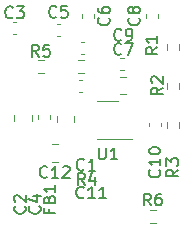
<source format=gbr>
%TF.GenerationSoftware,KiCad,Pcbnew,5.99.0+really5.1.10+dfsg1-1*%
%TF.CreationDate,2021-11-14T15:35:52+01:00*%
%TF.ProjectId,GBPOCKET_DCDC,4742504f-434b-4455-945f-444344432e6b,Rev1*%
%TF.SameCoordinates,PX7102aa0PY5f5e100*%
%TF.FileFunction,Legend,Top*%
%TF.FilePolarity,Positive*%
%FSLAX46Y46*%
G04 Gerber Fmt 4.6, Leading zero omitted, Abs format (unit mm)*
G04 Created by KiCad (PCBNEW 5.99.0+really5.1.10+dfsg1-1) date 2021-11-14 15:35:52*
%MOMM*%
%LPD*%
G01*
G04 APERTURE LIST*
%ADD10C,0.120000*%
%ADD11C,0.150000*%
G04 APERTURE END LIST*
D10*
%TO.C,FB1*%
X6890000Y9238748D02*
X6890000Y9761252D01*
X8310000Y9238748D02*
X8310000Y9761252D01*
%TO.C,C12*%
X6961252Y5865000D02*
X6438748Y5865000D01*
X6961252Y7335000D02*
X6438748Y7335000D01*
%TO.C,R6*%
X15254724Y677500D02*
X14745276Y677500D01*
X15254724Y1722500D02*
X14745276Y1722500D01*
%TO.C,U1*%
X10300000Y7790000D02*
X13250000Y7790000D01*
X12100000Y11010000D02*
X10300000Y11010000D01*
%TO.C,R5*%
X5754724Y14422500D02*
X5245276Y14422500D01*
X5754724Y13377500D02*
X5245276Y13377500D01*
%TO.C,R4*%
X9154724Y14422500D02*
X8645276Y14422500D01*
X9154724Y13377500D02*
X8645276Y13377500D01*
%TO.C,R3*%
X16177500Y9254724D02*
X16177500Y8745276D01*
X17222500Y9254724D02*
X17222500Y8745276D01*
%TO.C,R2*%
X16177500Y12554724D02*
X16177500Y12045276D01*
X17222500Y12554724D02*
X17222500Y12045276D01*
%TO.C,R1*%
X16177500Y15854724D02*
X16177500Y15345276D01*
X17222500Y15854724D02*
X17222500Y15345276D01*
%TO.C,C11*%
X9046267Y12810000D02*
X8753733Y12810000D01*
X9046267Y11790000D02*
X8753733Y11790000D01*
%TO.C,C10*%
X14690000Y9146267D02*
X14690000Y8853733D01*
X15710000Y9146267D02*
X15710000Y8853733D01*
%TO.C,C9*%
X12253733Y13590000D02*
X12546267Y13590000D01*
X12253733Y14610000D02*
X12546267Y14610000D01*
%TO.C,C8*%
X15410000Y18053733D02*
X15410000Y18346267D01*
X14390000Y18053733D02*
X14390000Y18346267D01*
%TO.C,C7*%
X12238748Y11565000D02*
X12761252Y11565000D01*
X12238748Y13035000D02*
X12761252Y13035000D01*
%TO.C,C6*%
X10010000Y18053733D02*
X10010000Y18346267D01*
X8990000Y18053733D02*
X8990000Y18346267D01*
%TO.C,C5*%
X6853733Y16490000D02*
X7146267Y16490000D01*
X6853733Y17510000D02*
X7146267Y17510000D01*
%TO.C,C4*%
X5290000Y9783767D02*
X5290000Y9491233D01*
X6310000Y9783767D02*
X6310000Y9491233D01*
%TO.C,C3*%
X3446267Y17710000D02*
X3153733Y17710000D01*
X3446267Y16690000D02*
X3153733Y16690000D01*
%TO.C,C2*%
X3265000Y9798752D02*
X3265000Y9276248D01*
X4735000Y9798752D02*
X4735000Y9276248D01*
%TO.C,C1*%
X8903733Y14940000D02*
X9196267Y14940000D01*
X8903733Y15960000D02*
X9196267Y15960000D01*
%TO.C,FB1*%
D11*
X6228571Y1816667D02*
X6228571Y1483334D01*
X6752380Y1483334D02*
X5752380Y1483334D01*
X5752380Y1959524D01*
X6228571Y2673810D02*
X6276190Y2816667D01*
X6323809Y2864286D01*
X6419047Y2911905D01*
X6561904Y2911905D01*
X6657142Y2864286D01*
X6704761Y2816667D01*
X6752380Y2721429D01*
X6752380Y2340477D01*
X5752380Y2340477D01*
X5752380Y2673810D01*
X5800000Y2769048D01*
X5847619Y2816667D01*
X5942857Y2864286D01*
X6038095Y2864286D01*
X6133333Y2816667D01*
X6180952Y2769048D01*
X6228571Y2673810D01*
X6228571Y2340477D01*
X6752380Y3864286D02*
X6752380Y3292858D01*
X6752380Y3578572D02*
X5752380Y3578572D01*
X5895238Y3483334D01*
X5990476Y3388096D01*
X6038095Y3292858D01*
%TO.C,C12*%
X6057142Y4562858D02*
X6009523Y4515239D01*
X5866666Y4467620D01*
X5771428Y4467620D01*
X5628571Y4515239D01*
X5533333Y4610477D01*
X5485714Y4705715D01*
X5438095Y4896191D01*
X5438095Y5039048D01*
X5485714Y5229524D01*
X5533333Y5324762D01*
X5628571Y5420000D01*
X5771428Y5467620D01*
X5866666Y5467620D01*
X6009523Y5420000D01*
X6057142Y5372381D01*
X7009523Y4467620D02*
X6438095Y4467620D01*
X6723809Y4467620D02*
X6723809Y5467620D01*
X6628571Y5324762D01*
X6533333Y5229524D01*
X6438095Y5181905D01*
X7390476Y5372381D02*
X7438095Y5420000D01*
X7533333Y5467620D01*
X7771428Y5467620D01*
X7866666Y5420000D01*
X7914285Y5372381D01*
X7961904Y5277143D01*
X7961904Y5181905D01*
X7914285Y5039048D01*
X7342857Y4467620D01*
X7961904Y4467620D01*
%TO.C,R6*%
X14833333Y2147620D02*
X14500000Y2623810D01*
X14261904Y2147620D02*
X14261904Y3147620D01*
X14642857Y3147620D01*
X14738095Y3100000D01*
X14785714Y3052381D01*
X14833333Y2957143D01*
X14833333Y2814286D01*
X14785714Y2719048D01*
X14738095Y2671429D01*
X14642857Y2623810D01*
X14261904Y2623810D01*
X15690476Y3147620D02*
X15500000Y3147620D01*
X15404761Y3100000D01*
X15357142Y3052381D01*
X15261904Y2909524D01*
X15214285Y2719048D01*
X15214285Y2338096D01*
X15261904Y2242858D01*
X15309523Y2195239D01*
X15404761Y2147620D01*
X15595238Y2147620D01*
X15690476Y2195239D01*
X15738095Y2242858D01*
X15785714Y2338096D01*
X15785714Y2576191D01*
X15738095Y2671429D01*
X15690476Y2719048D01*
X15595238Y2766667D01*
X15404761Y2766667D01*
X15309523Y2719048D01*
X15261904Y2671429D01*
X15214285Y2576191D01*
%TO.C,U1*%
X10438095Y7047620D02*
X10438095Y6238096D01*
X10485714Y6142858D01*
X10533333Y6095239D01*
X10628571Y6047620D01*
X10819047Y6047620D01*
X10914285Y6095239D01*
X10961904Y6142858D01*
X11009523Y6238096D01*
X11009523Y7047620D01*
X12009523Y6047620D02*
X11438095Y6047620D01*
X11723809Y6047620D02*
X11723809Y7047620D01*
X11628571Y6904762D01*
X11533333Y6809524D01*
X11438095Y6761905D01*
%TO.C,R5*%
X5333333Y14747620D02*
X5000000Y15223810D01*
X4761904Y14747620D02*
X4761904Y15747620D01*
X5142857Y15747620D01*
X5238095Y15700000D01*
X5285714Y15652381D01*
X5333333Y15557143D01*
X5333333Y15414286D01*
X5285714Y15319048D01*
X5238095Y15271429D01*
X5142857Y15223810D01*
X4761904Y15223810D01*
X6238095Y15747620D02*
X5761904Y15747620D01*
X5714285Y15271429D01*
X5761904Y15319048D01*
X5857142Y15366667D01*
X6095238Y15366667D01*
X6190476Y15319048D01*
X6238095Y15271429D01*
X6285714Y15176191D01*
X6285714Y14938096D01*
X6238095Y14842858D01*
X6190476Y14795239D01*
X6095238Y14747620D01*
X5857142Y14747620D01*
X5761904Y14795239D01*
X5714285Y14842858D01*
%TO.C,R4*%
X9233333Y3897620D02*
X8900000Y4373810D01*
X8661904Y3897620D02*
X8661904Y4897620D01*
X9042857Y4897620D01*
X9138095Y4850000D01*
X9185714Y4802381D01*
X9233333Y4707143D01*
X9233333Y4564286D01*
X9185714Y4469048D01*
X9138095Y4421429D01*
X9042857Y4373810D01*
X8661904Y4373810D01*
X10090476Y4564286D02*
X10090476Y3897620D01*
X9852380Y4945239D02*
X9614285Y4230953D01*
X10233333Y4230953D01*
%TO.C,R3*%
X17152380Y5183334D02*
X16676190Y4850000D01*
X17152380Y4611905D02*
X16152380Y4611905D01*
X16152380Y4992858D01*
X16200000Y5088096D01*
X16247619Y5135715D01*
X16342857Y5183334D01*
X16485714Y5183334D01*
X16580952Y5135715D01*
X16628571Y5088096D01*
X16676190Y4992858D01*
X16676190Y4611905D01*
X16152380Y5516667D02*
X16152380Y6135715D01*
X16533333Y5802381D01*
X16533333Y5945239D01*
X16580952Y6040477D01*
X16628571Y6088096D01*
X16723809Y6135715D01*
X16961904Y6135715D01*
X17057142Y6088096D01*
X17104761Y6040477D01*
X17152380Y5945239D01*
X17152380Y5659524D01*
X17104761Y5564286D01*
X17057142Y5516667D01*
%TO.C,R2*%
X15852380Y12133334D02*
X15376190Y11800000D01*
X15852380Y11561905D02*
X14852380Y11561905D01*
X14852380Y11942858D01*
X14900000Y12038096D01*
X14947619Y12085715D01*
X15042857Y12133334D01*
X15185714Y12133334D01*
X15280952Y12085715D01*
X15328571Y12038096D01*
X15376190Y11942858D01*
X15376190Y11561905D01*
X14947619Y12514286D02*
X14900000Y12561905D01*
X14852380Y12657143D01*
X14852380Y12895239D01*
X14900000Y12990477D01*
X14947619Y13038096D01*
X15042857Y13085715D01*
X15138095Y13085715D01*
X15280952Y13038096D01*
X15852380Y12466667D01*
X15852380Y13085715D01*
%TO.C,R1*%
X15402380Y15533334D02*
X14926190Y15200000D01*
X15402380Y14961905D02*
X14402380Y14961905D01*
X14402380Y15342858D01*
X14450000Y15438096D01*
X14497619Y15485715D01*
X14592857Y15533334D01*
X14735714Y15533334D01*
X14830952Y15485715D01*
X14878571Y15438096D01*
X14926190Y15342858D01*
X14926190Y14961905D01*
X15402380Y16485715D02*
X15402380Y15914286D01*
X15402380Y16200000D02*
X14402380Y16200000D01*
X14545238Y16104762D01*
X14640476Y16009524D01*
X14688095Y15914286D01*
%TO.C,C11*%
X9157142Y2842858D02*
X9109523Y2795239D01*
X8966666Y2747620D01*
X8871428Y2747620D01*
X8728571Y2795239D01*
X8633333Y2890477D01*
X8585714Y2985715D01*
X8538095Y3176191D01*
X8538095Y3319048D01*
X8585714Y3509524D01*
X8633333Y3604762D01*
X8728571Y3700000D01*
X8871428Y3747620D01*
X8966666Y3747620D01*
X9109523Y3700000D01*
X9157142Y3652381D01*
X10109523Y2747620D02*
X9538095Y2747620D01*
X9823809Y2747620D02*
X9823809Y3747620D01*
X9728571Y3604762D01*
X9633333Y3509524D01*
X9538095Y3461905D01*
X11061904Y2747620D02*
X10490476Y2747620D01*
X10776190Y2747620D02*
X10776190Y3747620D01*
X10680952Y3604762D01*
X10585714Y3509524D01*
X10490476Y3461905D01*
%TO.C,C10*%
X15557142Y5157143D02*
X15604761Y5109524D01*
X15652380Y4966667D01*
X15652380Y4871429D01*
X15604761Y4728572D01*
X15509523Y4633334D01*
X15414285Y4585715D01*
X15223809Y4538096D01*
X15080952Y4538096D01*
X14890476Y4585715D01*
X14795238Y4633334D01*
X14700000Y4728572D01*
X14652380Y4871429D01*
X14652380Y4966667D01*
X14700000Y5109524D01*
X14747619Y5157143D01*
X15652380Y6109524D02*
X15652380Y5538096D01*
X15652380Y5823810D02*
X14652380Y5823810D01*
X14795238Y5728572D01*
X14890476Y5633334D01*
X14938095Y5538096D01*
X14652380Y6728572D02*
X14652380Y6823810D01*
X14700000Y6919048D01*
X14747619Y6966667D01*
X14842857Y7014286D01*
X15033333Y7061905D01*
X15271428Y7061905D01*
X15461904Y7014286D01*
X15557142Y6966667D01*
X15604761Y6919048D01*
X15652380Y6823810D01*
X15652380Y6728572D01*
X15604761Y6633334D01*
X15557142Y6585715D01*
X15461904Y6538096D01*
X15271428Y6490477D01*
X15033333Y6490477D01*
X14842857Y6538096D01*
X14747619Y6585715D01*
X14700000Y6633334D01*
X14652380Y6728572D01*
%TO.C,C9*%
X12333333Y16192858D02*
X12285714Y16145239D01*
X12142857Y16097620D01*
X12047619Y16097620D01*
X11904761Y16145239D01*
X11809523Y16240477D01*
X11761904Y16335715D01*
X11714285Y16526191D01*
X11714285Y16669048D01*
X11761904Y16859524D01*
X11809523Y16954762D01*
X11904761Y17050000D01*
X12047619Y17097620D01*
X12142857Y17097620D01*
X12285714Y17050000D01*
X12333333Y17002381D01*
X12809523Y16097620D02*
X13000000Y16097620D01*
X13095238Y16145239D01*
X13142857Y16192858D01*
X13238095Y16335715D01*
X13285714Y16526191D01*
X13285714Y16907143D01*
X13238095Y17002381D01*
X13190476Y17050000D01*
X13095238Y17097620D01*
X12904761Y17097620D01*
X12809523Y17050000D01*
X12761904Y17002381D01*
X12714285Y16907143D01*
X12714285Y16669048D01*
X12761904Y16573810D01*
X12809523Y16526191D01*
X12904761Y16478572D01*
X13095238Y16478572D01*
X13190476Y16526191D01*
X13238095Y16573810D01*
X13285714Y16669048D01*
%TO.C,C8*%
X13827142Y18033334D02*
X13874761Y17985715D01*
X13922380Y17842858D01*
X13922380Y17747620D01*
X13874761Y17604762D01*
X13779523Y17509524D01*
X13684285Y17461905D01*
X13493809Y17414286D01*
X13350952Y17414286D01*
X13160476Y17461905D01*
X13065238Y17509524D01*
X12970000Y17604762D01*
X12922380Y17747620D01*
X12922380Y17842858D01*
X12970000Y17985715D01*
X13017619Y18033334D01*
X13350952Y18604762D02*
X13303333Y18509524D01*
X13255714Y18461905D01*
X13160476Y18414286D01*
X13112857Y18414286D01*
X13017619Y18461905D01*
X12970000Y18509524D01*
X12922380Y18604762D01*
X12922380Y18795239D01*
X12970000Y18890477D01*
X13017619Y18938096D01*
X13112857Y18985715D01*
X13160476Y18985715D01*
X13255714Y18938096D01*
X13303333Y18890477D01*
X13350952Y18795239D01*
X13350952Y18604762D01*
X13398571Y18509524D01*
X13446190Y18461905D01*
X13541428Y18414286D01*
X13731904Y18414286D01*
X13827142Y18461905D01*
X13874761Y18509524D01*
X13922380Y18604762D01*
X13922380Y18795239D01*
X13874761Y18890477D01*
X13827142Y18938096D01*
X13731904Y18985715D01*
X13541428Y18985715D01*
X13446190Y18938096D01*
X13398571Y18890477D01*
X13350952Y18795239D01*
%TO.C,C7*%
X12333333Y14992858D02*
X12285714Y14945239D01*
X12142857Y14897620D01*
X12047619Y14897620D01*
X11904761Y14945239D01*
X11809523Y15040477D01*
X11761904Y15135715D01*
X11714285Y15326191D01*
X11714285Y15469048D01*
X11761904Y15659524D01*
X11809523Y15754762D01*
X11904761Y15850000D01*
X12047619Y15897620D01*
X12142857Y15897620D01*
X12285714Y15850000D01*
X12333333Y15802381D01*
X12666666Y15897620D02*
X13333333Y15897620D01*
X12904761Y14897620D01*
%TO.C,C6*%
X11257142Y18033334D02*
X11304761Y17985715D01*
X11352380Y17842858D01*
X11352380Y17747620D01*
X11304761Y17604762D01*
X11209523Y17509524D01*
X11114285Y17461905D01*
X10923809Y17414286D01*
X10780952Y17414286D01*
X10590476Y17461905D01*
X10495238Y17509524D01*
X10400000Y17604762D01*
X10352380Y17747620D01*
X10352380Y17842858D01*
X10400000Y17985715D01*
X10447619Y18033334D01*
X10352380Y18890477D02*
X10352380Y18700000D01*
X10400000Y18604762D01*
X10447619Y18557143D01*
X10590476Y18461905D01*
X10780952Y18414286D01*
X11161904Y18414286D01*
X11257142Y18461905D01*
X11304761Y18509524D01*
X11352380Y18604762D01*
X11352380Y18795239D01*
X11304761Y18890477D01*
X11257142Y18938096D01*
X11161904Y18985715D01*
X10923809Y18985715D01*
X10828571Y18938096D01*
X10780952Y18890477D01*
X10733333Y18795239D01*
X10733333Y18604762D01*
X10780952Y18509524D01*
X10828571Y18461905D01*
X10923809Y18414286D01*
%TO.C,C5*%
X6833333Y18142858D02*
X6785714Y18095239D01*
X6642857Y18047620D01*
X6547619Y18047620D01*
X6404761Y18095239D01*
X6309523Y18190477D01*
X6261904Y18285715D01*
X6214285Y18476191D01*
X6214285Y18619048D01*
X6261904Y18809524D01*
X6309523Y18904762D01*
X6404761Y19000000D01*
X6547619Y19047620D01*
X6642857Y19047620D01*
X6785714Y19000000D01*
X6833333Y18952381D01*
X7738095Y19047620D02*
X7261904Y19047620D01*
X7214285Y18571429D01*
X7261904Y18619048D01*
X7357142Y18666667D01*
X7595238Y18666667D01*
X7690476Y18619048D01*
X7738095Y18571429D01*
X7785714Y18476191D01*
X7785714Y18238096D01*
X7738095Y18142858D01*
X7690476Y18095239D01*
X7595238Y18047620D01*
X7357142Y18047620D01*
X7261904Y18095239D01*
X7214285Y18142858D01*
%TO.C,C4*%
X5407142Y2083334D02*
X5454761Y2035715D01*
X5502380Y1892858D01*
X5502380Y1797620D01*
X5454761Y1654762D01*
X5359523Y1559524D01*
X5264285Y1511905D01*
X5073809Y1464286D01*
X4930952Y1464286D01*
X4740476Y1511905D01*
X4645238Y1559524D01*
X4550000Y1654762D01*
X4502380Y1797620D01*
X4502380Y1892858D01*
X4550000Y2035715D01*
X4597619Y2083334D01*
X4835714Y2940477D02*
X5502380Y2940477D01*
X4454761Y2702381D02*
X5169047Y2464286D01*
X5169047Y3083334D01*
%TO.C,C3*%
X3133333Y18092858D02*
X3085714Y18045239D01*
X2942857Y17997620D01*
X2847619Y17997620D01*
X2704761Y18045239D01*
X2609523Y18140477D01*
X2561904Y18235715D01*
X2514285Y18426191D01*
X2514285Y18569048D01*
X2561904Y18759524D01*
X2609523Y18854762D01*
X2704761Y18950000D01*
X2847619Y18997620D01*
X2942857Y18997620D01*
X3085714Y18950000D01*
X3133333Y18902381D01*
X3466666Y18997620D02*
X4085714Y18997620D01*
X3752380Y18616667D01*
X3895238Y18616667D01*
X3990476Y18569048D01*
X4038095Y18521429D01*
X4085714Y18426191D01*
X4085714Y18188096D01*
X4038095Y18092858D01*
X3990476Y18045239D01*
X3895238Y17997620D01*
X3609523Y17997620D01*
X3514285Y18045239D01*
X3466666Y18092858D01*
%TO.C,C2*%
X4157142Y2083334D02*
X4204761Y2035715D01*
X4252380Y1892858D01*
X4252380Y1797620D01*
X4204761Y1654762D01*
X4109523Y1559524D01*
X4014285Y1511905D01*
X3823809Y1464286D01*
X3680952Y1464286D01*
X3490476Y1511905D01*
X3395238Y1559524D01*
X3300000Y1654762D01*
X3252380Y1797620D01*
X3252380Y1892858D01*
X3300000Y2035715D01*
X3347619Y2083334D01*
X3347619Y2464286D02*
X3300000Y2511905D01*
X3252380Y2607143D01*
X3252380Y2845239D01*
X3300000Y2940477D01*
X3347619Y2988096D01*
X3442857Y3035715D01*
X3538095Y3035715D01*
X3680952Y2988096D01*
X4252380Y2416667D01*
X4252380Y3035715D01*
%TO.C,C1*%
X9183333Y5192858D02*
X9135714Y5145239D01*
X8992857Y5097620D01*
X8897619Y5097620D01*
X8754761Y5145239D01*
X8659523Y5240477D01*
X8611904Y5335715D01*
X8564285Y5526191D01*
X8564285Y5669048D01*
X8611904Y5859524D01*
X8659523Y5954762D01*
X8754761Y6050000D01*
X8897619Y6097620D01*
X8992857Y6097620D01*
X9135714Y6050000D01*
X9183333Y6002381D01*
X10135714Y5097620D02*
X9564285Y5097620D01*
X9850000Y5097620D02*
X9850000Y6097620D01*
X9754761Y5954762D01*
X9659523Y5859524D01*
X9564285Y5811905D01*
%TD*%
M02*

</source>
